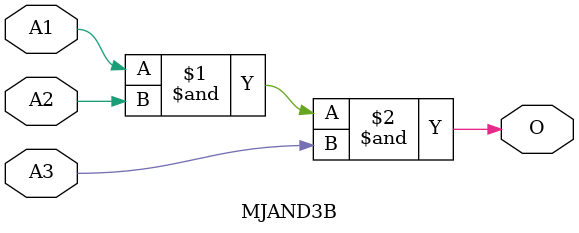
<source format=v>
module MJAND3B(A1, A2, A3, O);
input   A1;
input   A2;
input   A3;
output  O;
and g0(O, A1, A2, A3);
endmodule
</source>
